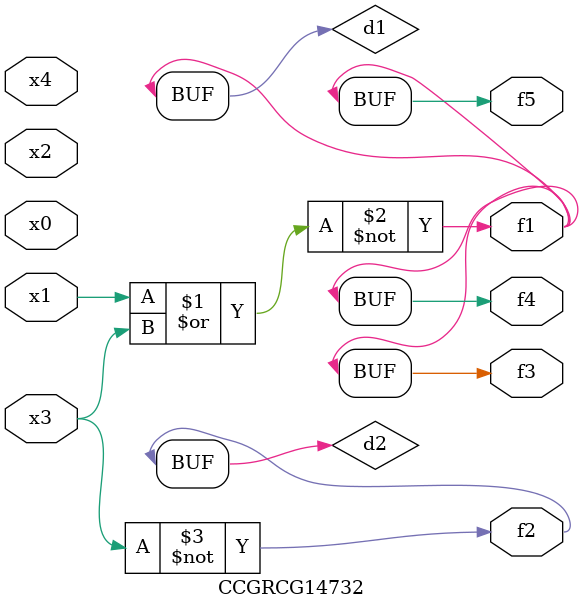
<source format=v>
module CCGRCG14732(
	input x0, x1, x2, x3, x4,
	output f1, f2, f3, f4, f5
);

	wire d1, d2;

	nor (d1, x1, x3);
	not (d2, x3);
	assign f1 = d1;
	assign f2 = d2;
	assign f3 = d1;
	assign f4 = d1;
	assign f5 = d1;
endmodule

</source>
